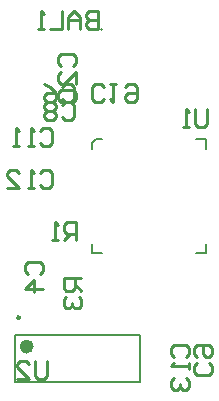
<source format=gbo>
%FSAX42Y42*%
%MOMM*%
G71*
G01*
G75*
G04 Layer_Color=32896*
%ADD10R,1.10X1.00*%
%ADD11R,0.87X0.87*%
%ADD12R,1.00X1.10*%
%ADD13R,3.40X2.15*%
%ADD14R,1.05X2.15*%
%ADD15R,1.05X2.15*%
%ADD16R,0.50X2.10*%
%ADD17R,1.70X1.25*%
%ADD18R,1.25X1.70*%
%ADD19C,0.25*%
%ADD20C,2.50*%
%ADD21R,1.50X1.50*%
%ADD22C,1.50*%
%ADD23C,1.52*%
%ADD24C,1.20*%
%ADD25O,1.65X4.00*%
%ADD26C,1.40*%
%ADD27P,1.52X8X112.5*%
%ADD28C,3.00*%
%ADD29C,1.27*%
%ADD30O,0.80X0.28*%
%ADD31O,0.28X0.80*%
%ADD32R,7.65X7.65*%
%ADD33O,0.40X2.10*%
%ADD34R,0.80X0.35*%
%ADD35C,0.20*%
%ADD36C,0.25*%
%ADD37C,0.60*%
D19*
X002843Y003740D02*
X002741Y003842D01*
Y003867D01*
X002766Y003892D01*
X002817D01*
X002843Y003867D01*
X002893Y003892D02*
Y003765D01*
X002919Y003740D01*
X002970D01*
X002995Y003765D01*
Y003892D01*
X002843Y003740D02*
X002741D01*
X003133Y004359D02*
X003158Y004334D01*
X003183D01*
X003209Y004359D01*
Y004384D01*
Y004359D01*
X003234Y004334D01*
X003260D01*
X003285Y004359D01*
Y004410D01*
X003260Y004435D01*
X003285Y004486D02*
X003234Y004537D01*
Y004511D02*
Y004588D01*
X003285D02*
X003133D01*
Y004511D01*
X003158Y004486D01*
X003209D01*
X003234Y004511D01*
X003158Y004435D02*
X003133Y004410D01*
Y004359D01*
X002958Y004649D02*
X002932Y004623D01*
X002958Y004649D02*
Y004700D01*
X002932Y004725D01*
X002831D01*
X002805Y004700D01*
Y004649D01*
X002831Y004623D01*
X002881Y004573D02*
Y004471D01*
X002958Y004496D02*
X002805D01*
X002881Y004573D01*
X003065Y004917D02*
Y005070D01*
X003090Y005044D01*
X003141D02*
Y004994D01*
X003166Y004968D01*
X003242D01*
Y004917D02*
Y005070D01*
X003166D01*
X003141Y005044D01*
Y004917D02*
X003192Y004968D01*
X003090Y004917D02*
X003039D01*
X003065D01*
X003033Y005382D02*
X003007Y005357D01*
X002957D01*
X002931Y005382D01*
X002880Y005357D02*
X002830D01*
X002855D01*
Y005509D01*
X002880Y005484D01*
X002931D02*
X002957Y005509D01*
X003007D01*
X003033Y005484D01*
Y005382D01*
Y005738D02*
X003007Y005712D01*
X002957D01*
X002931Y005738D01*
X002880Y005712D02*
X002830D01*
X002855D01*
Y005865D01*
X002880Y005839D01*
X002931D02*
X002957Y005865D01*
X003007D01*
X003033Y005839D01*
Y005738D01*
X003071Y005954D02*
Y005979D01*
X003046Y006005D01*
X003071Y006030D01*
Y006055D01*
X003046Y006081D01*
X002995D01*
X002969Y006055D01*
Y006030D01*
X002995Y006005D01*
X002969Y005979D01*
Y005954D01*
X002995Y005928D01*
X003046D01*
X003071Y005954D01*
X003122D02*
X003147Y005928D01*
X003198D01*
X003223Y005954D01*
Y006055D01*
X003198Y006081D01*
X003147D01*
X003122Y006055D01*
X003116Y006081D02*
X003217D01*
X003242Y006107D01*
Y006157D01*
X003217Y006183D01*
X003116D01*
X003090Y006157D01*
Y006107D01*
X003116Y006081D01*
X003147Y006081D02*
X003122Y006106D01*
X003071D02*
X003046Y006081D01*
X002995D01*
X002969Y006106D01*
Y006132D01*
X002995Y006157D01*
X003071D01*
Y006106D01*
Y006157D02*
X003020Y006208D01*
X002969Y006233D01*
X002995Y006005D02*
X003046D01*
X003147Y006081D02*
X003198D01*
X003223Y006106D01*
Y006208D01*
X003198Y006233D01*
X003147D01*
X003122Y006208D01*
X003116Y006234D02*
X003090Y006259D01*
Y006310D01*
X003116Y006335D01*
Y006234D02*
X003141D01*
X003242Y006335D01*
Y006234D01*
X003400Y006083D02*
X003375Y006108D01*
Y006210D01*
X003400Y006235D01*
X003451D01*
X003477Y006210D01*
X003527Y006235D02*
X003578D01*
X003553D01*
Y006083D01*
X003527Y006108D01*
X003477D02*
X003451Y006083D01*
X003400D01*
X003680D02*
X003654Y006108D01*
Y006133D01*
X003680Y006159D01*
X003756D01*
Y006210D02*
Y006108D01*
X003730Y006083D01*
X003680D01*
X003654Y006210D02*
X003680Y006235D01*
X003730D01*
X003756Y006210D01*
X004173Y006022D02*
X004199Y005996D01*
X004173Y006022D02*
Y005869D01*
X004148D01*
X004199D01*
X004275D02*
X004249Y005895D01*
Y006022D01*
X004275Y005869D02*
X004326D01*
X004351Y005895D01*
Y006022D01*
X003450Y006702D02*
X003450D01*
X003425Y006700D02*
X003349D01*
X003323Y006725D01*
Y006751D01*
X003349Y006776D01*
X003425D01*
X003349D01*
X003323Y006802D01*
Y006827D01*
X003349Y006852D01*
X003425D01*
Y006700D01*
X003273D02*
Y006802D01*
X003222Y006852D01*
X003171Y006802D01*
Y006700D01*
Y006776D01*
X003273D01*
X003120Y006852D02*
Y006700D01*
X003019D01*
X002968D02*
X002917D01*
X002943D01*
Y006852D01*
X002968Y006827D01*
X003090Y006462D02*
X003116Y006488D01*
X003217D01*
X003242Y006462D01*
Y006411D01*
X003217Y006386D01*
X003116D02*
X003090Y006411D01*
Y006462D01*
X002728Y005865D02*
X002753Y005839D01*
Y005712D02*
X002703D01*
X002728D01*
Y005865D01*
Y005509D02*
X002753Y005484D01*
X002728Y005509D02*
X002677D01*
X002652Y005484D01*
Y005458D01*
X002753Y005357D01*
X002652D01*
X004045Y004000D02*
X004071Y004025D01*
X004172D01*
X004197Y004000D01*
Y003949D01*
X004172Y003923D01*
X004197Y003873D02*
Y003822D01*
Y003847D01*
X004045D01*
X004071Y003873D01*
Y003923D02*
X004045Y003949D01*
Y004000D01*
Y003720D02*
Y003670D01*
X004071Y003644D01*
X004096D01*
X004121Y003670D01*
Y003695D01*
Y003670D01*
X004147Y003644D01*
X004172D01*
X004197Y003670D01*
Y003720D01*
X004172Y003746D01*
X004071D02*
X004045Y003720D01*
X004265Y003772D02*
X004240Y003798D01*
Y003849D01*
X004265Y003874D01*
Y003925D02*
X004240Y003950D01*
Y004001D01*
X004265Y004026D01*
X004367D01*
X004392Y004001D01*
Y003950D01*
X004367Y003925D01*
X004342D01*
X004316Y003950D01*
Y004026D01*
X004265Y003772D02*
X004367D01*
X004392Y003798D01*
Y003849D01*
X004367Y003874D01*
D35*
X003781Y003712D02*
Y004112D01*
X002721D01*
Y003712D01*
X003781D01*
X004337Y004805D02*
Y004884D01*
Y004805D02*
X004258D01*
X003378Y004884D02*
Y004805D01*
X003456D01*
X004337Y005686D02*
Y005765D01*
X004258D01*
X003456D02*
X003408D01*
X003378Y005735D01*
Y005686D01*
D36*
X002764Y004257D02*
G03*
X002764Y004257I-000012J000000D01*
G01*
D37*
X002851Y004012D02*
G03*
X002851Y004012I-000030J000000D01*
G01*
M02*

</source>
